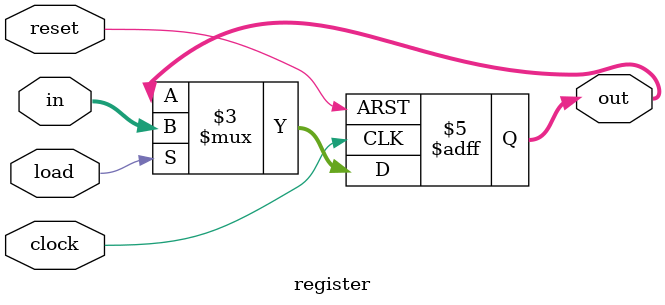
<source format=v>
module register
	#(parameter data_size = 8)
(	input load, clock, reset,
	input [data_size-1:0] in,
	output reg [data_size-1:0] out);
	
	always@(posedge clock, posedge reset) begin
		if(reset) begin
			out <= 0;
		end
		else begin
			if(load) begin
				out <= in;
			end
			else begin
				out <= out;
			end
		end
	end
endmodule 
</source>
